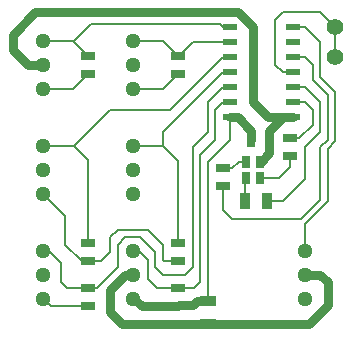
<source format=gtl>
G04 (created by PCBNEW-RS274X (2011-05-25)-stable) date Sun 16 Mar 2014 03:21:54 PM CDT*
G01*
G70*
G90*
%MOIN*%
G04 Gerber Fmt 3.4, Leading zero omitted, Abs format*
%FSLAX34Y34*%
G04 APERTURE LIST*
%ADD10C,0.006000*%
%ADD11C,0.051200*%
%ADD12R,0.045000X0.020000*%
%ADD13R,0.045000X0.025000*%
%ADD14R,0.025000X0.045000*%
%ADD15R,0.055000X0.035000*%
%ADD16C,0.055000*%
%ADD17R,0.035000X0.055000*%
%ADD18R,0.027600X0.039400*%
%ADD19C,0.008000*%
%ADD20C,0.030000*%
G04 APERTURE END LIST*
G54D10*
G54D11*
X20950Y-17350D03*
X20950Y-18137D03*
X20950Y-16563D03*
X15200Y-17350D03*
X15200Y-18137D03*
X15200Y-16563D03*
X12200Y-17350D03*
X12200Y-18137D03*
X12200Y-16563D03*
X15200Y-13850D03*
X15200Y-14637D03*
X15200Y-13063D03*
X12200Y-13850D03*
X12200Y-14637D03*
X12200Y-13063D03*
X15200Y-10350D03*
X15200Y-11137D03*
X15200Y-09563D03*
X12200Y-10350D03*
X12200Y-11137D03*
X12200Y-09563D03*
G54D12*
X20550Y-12100D03*
X20550Y-11600D03*
X20550Y-11100D03*
X20550Y-10600D03*
X20550Y-10100D03*
X20550Y-09600D03*
X20550Y-09100D03*
X18450Y-09100D03*
X18450Y-09600D03*
X18450Y-10100D03*
X18450Y-10600D03*
X18450Y-11100D03*
X18450Y-11600D03*
X18450Y-12100D03*
G54D13*
X13700Y-10650D03*
X13700Y-10050D03*
G54D14*
X19750Y-12850D03*
X19150Y-12850D03*
G54D15*
X17700Y-18975D03*
X17700Y-18225D03*
G54D13*
X16700Y-10650D03*
X16700Y-10050D03*
X13700Y-16900D03*
X13700Y-16300D03*
X16700Y-16900D03*
X16700Y-16300D03*
X13700Y-18400D03*
X13700Y-17800D03*
X16700Y-18400D03*
X16700Y-17800D03*
G54D16*
X21950Y-09100D03*
X21950Y-10100D03*
G54D17*
X19675Y-14900D03*
X18925Y-14900D03*
G54D13*
X18200Y-14400D03*
X18200Y-13800D03*
X20450Y-12800D03*
X20450Y-13400D03*
G54D18*
X18964Y-14126D03*
X18964Y-13574D03*
X19436Y-13574D03*
X19436Y-14126D03*
G54D19*
X20450Y-13400D02*
X20450Y-13750D01*
X20074Y-14126D02*
X19436Y-14126D01*
X20450Y-13750D02*
X20074Y-14126D01*
X20450Y-12800D02*
X20750Y-12800D01*
X20950Y-11600D02*
X20550Y-11600D01*
X21200Y-11850D02*
X20950Y-11600D01*
X21200Y-12350D02*
X21200Y-11850D01*
X20750Y-12800D02*
X21200Y-12350D01*
X21450Y-14600D02*
X21450Y-14850D01*
X20950Y-10100D02*
X21200Y-10350D01*
X21200Y-10350D02*
X21200Y-10850D01*
X21200Y-10850D02*
X21700Y-11350D01*
X21700Y-11350D02*
X21700Y-12850D01*
X21700Y-12850D02*
X21450Y-13100D01*
X21450Y-13100D02*
X21450Y-14600D01*
X20550Y-10100D02*
X20950Y-10100D01*
X18200Y-15200D02*
X18200Y-14400D01*
X18500Y-15500D02*
X18200Y-15200D01*
X20800Y-15500D02*
X18500Y-15500D01*
X21450Y-14850D02*
X20800Y-15500D01*
X18925Y-14900D02*
X18925Y-14165D01*
X18925Y-14165D02*
X18964Y-14126D01*
X21950Y-10100D02*
X21950Y-09100D01*
X21950Y-09100D02*
X21450Y-08600D01*
X21450Y-08600D02*
X20200Y-08600D01*
X20200Y-08600D02*
X19950Y-08850D01*
X19950Y-08850D02*
X19950Y-10350D01*
X19950Y-10350D02*
X20200Y-10600D01*
X20200Y-10600D02*
X20550Y-10600D01*
X16700Y-10050D02*
X16750Y-10050D01*
X17200Y-09600D02*
X18450Y-09600D01*
X16750Y-10050D02*
X17200Y-09600D01*
X15200Y-09563D02*
X16213Y-09563D01*
X16213Y-09563D02*
X16700Y-10050D01*
X17700Y-18225D02*
X17700Y-16100D01*
X18450Y-12850D02*
X17700Y-13600D01*
X17700Y-13600D02*
X17700Y-16100D01*
X18450Y-12850D02*
X18450Y-12100D01*
G54D20*
X15200Y-18137D02*
X15237Y-18137D01*
X15500Y-18400D02*
X16700Y-18400D01*
X15237Y-18137D02*
X15500Y-18400D01*
X17700Y-18225D02*
X17325Y-18225D01*
X17325Y-18225D02*
X17200Y-18350D01*
X17200Y-18350D02*
X16750Y-18350D01*
X16750Y-18350D02*
X16700Y-18400D01*
G54D19*
X13700Y-16900D02*
X13500Y-16900D01*
X12950Y-15387D02*
X12200Y-14637D01*
X12950Y-16350D02*
X12950Y-15387D01*
X13500Y-16900D02*
X12950Y-16350D01*
X16700Y-16900D02*
X16250Y-16900D01*
X14150Y-16900D02*
X13700Y-16900D01*
X14450Y-16600D02*
X14150Y-16900D01*
X14450Y-16100D02*
X14450Y-16600D01*
X14700Y-15850D02*
X14450Y-16100D01*
X15700Y-15850D02*
X14700Y-15850D01*
X16200Y-16350D02*
X15700Y-15850D01*
X16200Y-16850D02*
X16200Y-16350D01*
X16250Y-16900D02*
X16200Y-16850D01*
X13700Y-18400D02*
X12463Y-18400D01*
X12463Y-18400D02*
X12200Y-18137D01*
G54D20*
X19150Y-12850D02*
X19150Y-12550D01*
X18700Y-12100D02*
X18450Y-12100D01*
X19150Y-12550D02*
X18700Y-12100D01*
G54D19*
X15200Y-11137D02*
X16213Y-11137D01*
X16213Y-11137D02*
X16700Y-10650D01*
X12200Y-11137D02*
X13213Y-11137D01*
X13213Y-11137D02*
X13700Y-10650D01*
X13200Y-09563D02*
X13237Y-09563D01*
X18200Y-09100D02*
X18450Y-09100D01*
X18100Y-09000D02*
X18200Y-09100D01*
X13800Y-09000D02*
X18100Y-09000D01*
X13237Y-09563D02*
X13800Y-09000D01*
X12200Y-09563D02*
X13200Y-09563D01*
X13200Y-09563D02*
X13213Y-09563D01*
X13213Y-09563D02*
X13700Y-10050D01*
X19675Y-14900D02*
X20200Y-14900D01*
X20950Y-14150D02*
X20200Y-14900D01*
X20950Y-11100D02*
X20550Y-11100D01*
X21450Y-11600D02*
X20950Y-11100D01*
X21450Y-12600D02*
X21450Y-11600D01*
X20950Y-13100D02*
X21450Y-12600D01*
X20950Y-13850D02*
X20950Y-13100D01*
X20950Y-13850D02*
X20950Y-14150D01*
X16700Y-16300D02*
X16700Y-13563D01*
X16700Y-13563D02*
X16200Y-13063D01*
X16200Y-13063D02*
X16200Y-12600D01*
X18200Y-10600D02*
X18450Y-10600D01*
X16200Y-12600D02*
X18200Y-10600D01*
X15200Y-13063D02*
X16200Y-13063D01*
X18200Y-13800D02*
X18500Y-13800D01*
X18726Y-13574D02*
X18964Y-13574D01*
X18500Y-13800D02*
X18726Y-13574D01*
X16950Y-17800D02*
X17250Y-17800D01*
X17450Y-17350D02*
X17450Y-13350D01*
X17450Y-13350D02*
X17950Y-12850D01*
X17950Y-12850D02*
X17950Y-11850D01*
X17950Y-11850D02*
X18200Y-11600D01*
X18200Y-11600D02*
X18450Y-11600D01*
X17450Y-17600D02*
X17450Y-17350D01*
X17250Y-17800D02*
X17450Y-17600D01*
X16700Y-17800D02*
X16950Y-17800D01*
X16950Y-17800D02*
X17000Y-17800D01*
X16700Y-17800D02*
X16000Y-17800D01*
X15413Y-16563D02*
X15200Y-16563D01*
X15700Y-16850D02*
X15413Y-16563D01*
X15700Y-17500D02*
X15700Y-16850D01*
X16000Y-17800D02*
X15700Y-17500D01*
X14950Y-16100D02*
X14700Y-16350D01*
X14000Y-17800D02*
X14700Y-17100D01*
X13700Y-17800D02*
X14000Y-17800D01*
X15450Y-16100D02*
X14950Y-16100D01*
X16950Y-17350D02*
X16200Y-17350D01*
X16200Y-17350D02*
X15950Y-17100D01*
X15950Y-17100D02*
X15950Y-16600D01*
X15950Y-16600D02*
X15700Y-16350D01*
X18200Y-11100D02*
X18450Y-11100D01*
X17200Y-13100D02*
X17200Y-17100D01*
X17700Y-12600D02*
X17200Y-13100D01*
X17700Y-11600D02*
X17700Y-12600D01*
X18200Y-11100D02*
X17700Y-11600D01*
X17200Y-17100D02*
X16950Y-17350D01*
X15700Y-16350D02*
X15450Y-16100D01*
X14700Y-16350D02*
X14700Y-17100D01*
X13750Y-17850D02*
X13700Y-17800D01*
X13700Y-17800D02*
X13000Y-17800D01*
X12413Y-16563D02*
X12200Y-16563D01*
X12800Y-16950D02*
X12413Y-16563D01*
X12800Y-17600D02*
X12800Y-16950D01*
X13000Y-17800D02*
X12800Y-17600D01*
X13700Y-16300D02*
X13700Y-13526D01*
X13700Y-13526D02*
X13237Y-13063D01*
X13200Y-13063D02*
X13237Y-13063D01*
X18200Y-10100D02*
X18450Y-10100D01*
X16450Y-11850D02*
X18200Y-10100D01*
X14450Y-11850D02*
X16450Y-11850D01*
X13237Y-13063D02*
X14450Y-11850D01*
X12200Y-13063D02*
X13200Y-13063D01*
X20950Y-16563D02*
X20950Y-15650D01*
X20950Y-09100D02*
X20550Y-09100D01*
X21450Y-09600D02*
X20950Y-09100D01*
X21450Y-10750D02*
X21450Y-09600D01*
X21950Y-11250D02*
X21450Y-10750D01*
X21950Y-12900D02*
X21950Y-11250D01*
X21700Y-13150D02*
X21950Y-12900D01*
X21700Y-14900D02*
X21700Y-13150D01*
X20950Y-15650D02*
X21700Y-14900D01*
G54D20*
X18700Y-08600D02*
X11950Y-08600D01*
X19700Y-12100D02*
X19200Y-11600D01*
X19200Y-11600D02*
X19200Y-09100D01*
X19200Y-09100D02*
X18700Y-08600D01*
X20200Y-12100D02*
X19700Y-12100D01*
X11700Y-10350D02*
X12200Y-10350D01*
X11200Y-09850D02*
X11700Y-10350D01*
X11200Y-09350D02*
X11200Y-09850D01*
X11950Y-08600D02*
X11200Y-09350D01*
X19436Y-13574D02*
X19476Y-13574D01*
X19750Y-13300D02*
X19750Y-12850D01*
X19476Y-13574D02*
X19750Y-13300D01*
G54D19*
X18950Y-18975D02*
X18950Y-18850D01*
X18950Y-18850D02*
X18950Y-18975D01*
G54D20*
X17700Y-18975D02*
X18950Y-18975D01*
X18950Y-18975D02*
X18950Y-18975D01*
X18950Y-18975D02*
X21075Y-18975D01*
X21450Y-17350D02*
X20950Y-17350D01*
X21700Y-17600D02*
X21450Y-17350D01*
X21700Y-18350D02*
X21700Y-17600D01*
X21075Y-18975D02*
X21700Y-18350D01*
X17700Y-18975D02*
X14825Y-18975D01*
X14950Y-17350D02*
X15200Y-17350D01*
X14450Y-17850D02*
X14950Y-17350D01*
X14450Y-18600D02*
X14450Y-17850D01*
X14825Y-18975D02*
X14450Y-18600D01*
X19750Y-12850D02*
X19750Y-12550D01*
X20200Y-12100D02*
X20550Y-12100D01*
X19750Y-12550D02*
X20200Y-12100D01*
M02*

</source>
